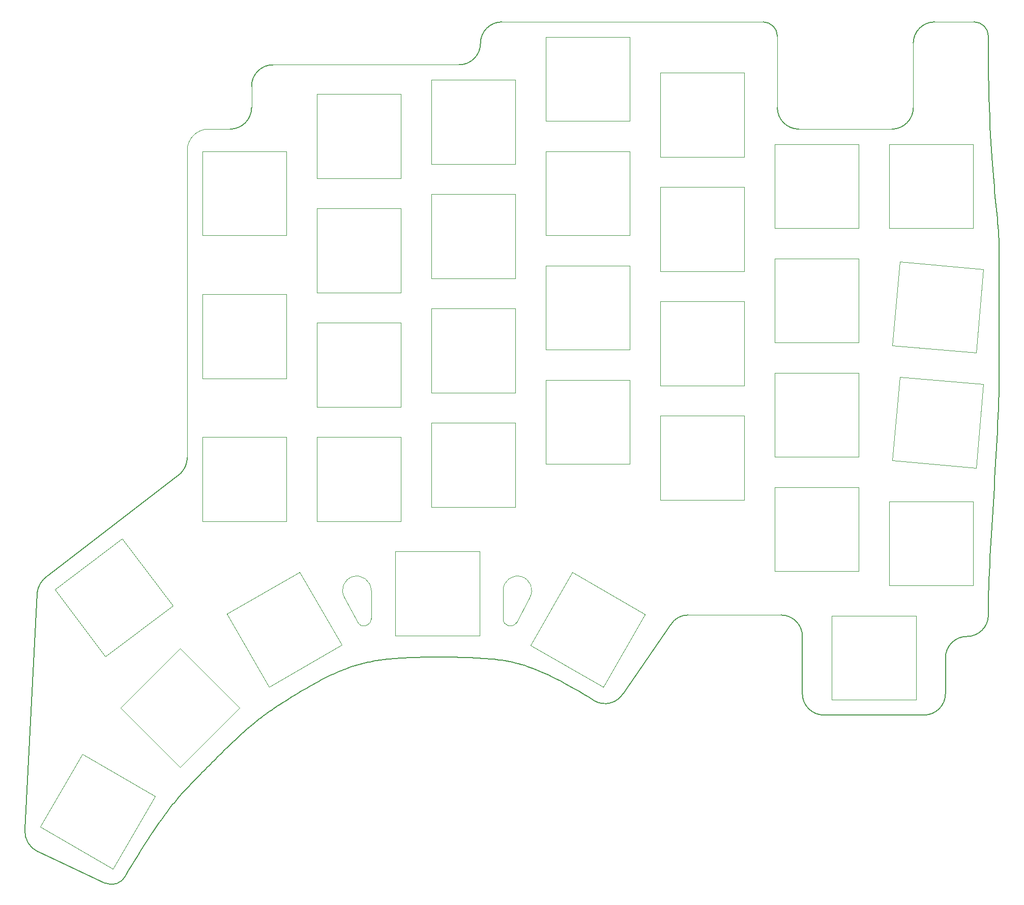
<source format=gm1>
G04 #@! TF.GenerationSoftware,KiCad,Pcbnew,7.0.2*
G04 #@! TF.CreationDate,2023-05-25T14:20:49+02:00*
G04 #@! TF.ProjectId,mykeeb_v7a3-plate,6d796b65-6562-45f7-9637-61332d706c61,rev?*
G04 #@! TF.SameCoordinates,Original*
G04 #@! TF.FileFunction,Profile,NP*
%FSLAX46Y46*%
G04 Gerber Fmt 4.6, Leading zero omitted, Abs format (unit mm)*
G04 Created by KiCad (PCBNEW 7.0.2) date 2023-05-25 14:20:49*
%MOMM*%
%LPD*%
G01*
G04 APERTURE LIST*
G04 #@! TA.AperFunction,Profile*
%ADD10C,0.160000*%
G04 #@! TD*
G04 #@! TA.AperFunction,Profile*
%ADD11C,0.100000*%
G04 #@! TD*
%ADD12C,0.160000*%
G04 #@! TA.AperFunction,Profile*
%ADD13C,0.120000*%
G04 #@! TD*
G04 APERTURE END LIST*
D10*
X214907913Y-138112591D02*
G75*
G03*
X218479791Y-134540738I-13J3571891D01*
G01*
X183356634Y-50006088D02*
G75*
G03*
X186928523Y-53577966I3571666J-212D01*
G01*
D11*
X137717258Y-135187138D02*
G75*
G03*
X139898554Y-135847579I1190642J38D01*
G01*
D10*
X187523498Y-147637624D02*
G75*
G03*
X191095441Y-151209502I3571802J-76D01*
G01*
D12*
X85477352Y-163016661D02*
X85223296Y-163285194D01*
X84972227Y-163552245D01*
X84723354Y-163819239D01*
X84475887Y-164087603D01*
X84229034Y-164358761D01*
X83982006Y-164634139D01*
X83734011Y-164915164D01*
X83484259Y-165203261D01*
X83231960Y-165499855D01*
X82976322Y-165806373D01*
X82716555Y-166124240D01*
X82451869Y-166454881D01*
X82181472Y-166799724D01*
X81904575Y-167160193D01*
X81620386Y-167537713D01*
X81328115Y-167933712D01*
X81026971Y-168349614D01*
X80716164Y-168786846D01*
X80394903Y-169246833D01*
X80062398Y-169731000D01*
X79717857Y-170240774D01*
X79360490Y-170777580D01*
X78989507Y-171342844D01*
X78604117Y-171937992D01*
X78203529Y-172564449D01*
X77786952Y-173223641D01*
X77353597Y-173916995D01*
X76902672Y-174645935D01*
X76433386Y-175411887D01*
X75944950Y-176216277D01*
X75436572Y-177060532D01*
X74907463Y-177946076D01*
D11*
X209550176Y-35718756D02*
X216098583Y-35718780D01*
D10*
X61912552Y-127992295D02*
X84083565Y-110872662D01*
D11*
X183356598Y-50006088D02*
X183356404Y-38100032D01*
D10*
X84083549Y-110872646D02*
G75*
G03*
X85129759Y-108346966I-2525949J2525846D01*
G01*
X183356420Y-38100032D02*
G75*
G03*
X180975103Y-35718780I-2381320J-68D01*
G01*
D12*
X100905518Y-149224827D02*
X100648490Y-149390556D01*
X100398058Y-149553108D01*
X100153840Y-149712789D01*
X99915456Y-149869910D01*
X99682522Y-150024779D01*
X99454658Y-150177705D01*
X99231483Y-150328996D01*
X99012614Y-150478962D01*
X98797670Y-150627912D01*
X98586270Y-150776153D01*
X98378032Y-150923996D01*
X98172573Y-151071749D01*
X97969514Y-151219720D01*
X97768472Y-151368219D01*
X97569066Y-151517554D01*
X97370914Y-151668035D01*
X97173634Y-151819970D01*
X96976845Y-151973668D01*
X96780166Y-152129437D01*
X96583215Y-152287587D01*
X96385610Y-152448427D01*
X96186969Y-152612265D01*
X95986912Y-152779410D01*
X95785057Y-152950170D01*
X95581021Y-153124856D01*
X95374425Y-153303776D01*
X95164885Y-153487238D01*
X94952020Y-153675551D01*
X94735449Y-153869024D01*
X94514791Y-154067966D01*
X94289663Y-154272687D01*
X94059685Y-154483494D01*
D10*
X214907913Y-138112535D02*
G75*
G03*
X211336035Y-141684493I87J-3571965D01*
G01*
X60131466Y-130975967D02*
X58113087Y-170285896D01*
X157757945Y-147521159D02*
X165576014Y-136213637D01*
X60295583Y-173994112D02*
X71437560Y-179189213D01*
D11*
X202406420Y-53578217D02*
X186928523Y-53577966D01*
D10*
X187523662Y-138112616D02*
G75*
G03*
X183951717Y-134540738I-3571962J-84D01*
G01*
X191095441Y-151209502D02*
X207764205Y-151209549D01*
D12*
X220265810Y-94059454D02*
X220260686Y-95241704D01*
X220245753Y-96443467D01*
X220221662Y-97663324D01*
X220189070Y-98899860D01*
X220148629Y-100151656D01*
X220100993Y-101417295D01*
X220046817Y-102695362D01*
X219986755Y-103984437D01*
X219921461Y-105283106D01*
X219851588Y-106589949D01*
X219777791Y-107903551D01*
X219700723Y-109222494D01*
X219621039Y-110545362D01*
X219539393Y-111870736D01*
X219456439Y-113197200D01*
X219372830Y-114523338D01*
X219289221Y-115847731D01*
X219206266Y-117168963D01*
X219124619Y-118485618D01*
X219044933Y-119796276D01*
X218967864Y-121099523D01*
X218894064Y-122393940D01*
X218824188Y-123678110D01*
X218758890Y-124950617D01*
X218698824Y-126210044D01*
X218644643Y-127454972D01*
X218597003Y-128683986D01*
X218556556Y-129895668D01*
X218523958Y-131088602D01*
X218499862Y-132261369D01*
X218484921Y-133412553D01*
X218479791Y-134540738D01*
D10*
X220265810Y-74414125D02*
X220265810Y-94059454D01*
D11*
X115741014Y-130424634D02*
G75*
G03*
X111317854Y-131649780I-2381254J4D01*
G01*
X115741010Y-130424634D02*
X115741010Y-135187138D01*
D10*
X187523516Y-147637624D02*
X187523642Y-138112616D01*
X211336083Y-147637624D02*
X211336035Y-141684493D01*
X209550176Y-35718698D02*
G75*
G03*
X205978298Y-39290681I24J-3571902D01*
G01*
D12*
X111125352Y-143668994D02*
X110798386Y-143802070D01*
X110468822Y-143940669D01*
X110136967Y-144084498D01*
X109803131Y-144233269D01*
X109467622Y-144386689D01*
X109130750Y-144544469D01*
X108792823Y-144706317D01*
X108454151Y-144871944D01*
X108115041Y-145041058D01*
X107775804Y-145213370D01*
X107436748Y-145388587D01*
X107098182Y-145566420D01*
X106760415Y-145746579D01*
X106423756Y-145928771D01*
X106088514Y-146112708D01*
X105754997Y-146298098D01*
X105423515Y-146484650D01*
X105094377Y-146672074D01*
X104767891Y-146860080D01*
X104444366Y-147048377D01*
X104124112Y-147236673D01*
X103807438Y-147424679D01*
X103494651Y-147612104D01*
X103186062Y-147798657D01*
X102881979Y-147984048D01*
X102582711Y-148167986D01*
X102288566Y-148350181D01*
X101999855Y-148530341D01*
X101716886Y-148708176D01*
X101439967Y-148883396D01*
X101169408Y-149055709D01*
X100905518Y-149224827D01*
D10*
X152878688Y-148828203D02*
G75*
G03*
X157757945Y-147521159I1786012J3093503D01*
G01*
D11*
X92273515Y-53578170D02*
X88701637Y-53578154D01*
X142140378Y-131649753D02*
G75*
G03*
X137717268Y-130424634I-2041878J1225153D01*
G01*
X137717268Y-135187138D02*
X137717268Y-130424634D01*
X88701637Y-53578159D02*
G75*
G03*
X85129759Y-57150032I-37J-3571841D01*
G01*
D10*
X61912550Y-127992293D02*
G75*
G03*
X60131466Y-130975967I2330150J-3414407D01*
G01*
D12*
X152878661Y-148828250D02*
X151984775Y-148267685D01*
X151122275Y-147738712D01*
X150290093Y-147240366D01*
X149487159Y-146771685D01*
X148712405Y-146331706D01*
X147964763Y-145919467D01*
X147243163Y-145534004D01*
X146546536Y-145174355D01*
X145873815Y-144839558D01*
X145223930Y-144528648D01*
X144595812Y-144240664D01*
X143988393Y-143974643D01*
X143400603Y-143729622D01*
X142831375Y-143504639D01*
X142279639Y-143298729D01*
X141744327Y-143110932D01*
X141224370Y-142940283D01*
X140718699Y-142785821D01*
X140226246Y-142646582D01*
X139745941Y-142521603D01*
X139276716Y-142409923D01*
X138817502Y-142310577D01*
X138367231Y-142222604D01*
X137924833Y-142145040D01*
X137489240Y-142076924D01*
X137059383Y-142017291D01*
X136634194Y-141965179D01*
X136212603Y-141919626D01*
X135793542Y-141879669D01*
X135375942Y-141844345D01*
X134958735Y-141812690D01*
X134540852Y-141783744D01*
D11*
X183951717Y-134540738D02*
X168473579Y-134540738D01*
D12*
X121443852Y-141684494D02*
X121083660Y-141703709D01*
X120728448Y-141724232D01*
X120377960Y-141746209D01*
X120031942Y-141769785D01*
X119690140Y-141795106D01*
X119352300Y-141822316D01*
X119018166Y-141851561D01*
X118687484Y-141882986D01*
X118360001Y-141916736D01*
X118035461Y-141952957D01*
X117713610Y-141991794D01*
X117394194Y-142033393D01*
X117076958Y-142077898D01*
X116761649Y-142125455D01*
X116448010Y-142176209D01*
X116135789Y-142230306D01*
X115824730Y-142287891D01*
X115514579Y-142349108D01*
X115205083Y-142414104D01*
X114895985Y-142483024D01*
X114587032Y-142556012D01*
X114277970Y-142633215D01*
X113968544Y-142714778D01*
X113658500Y-142800845D01*
X113347582Y-142891563D01*
X113035538Y-142987075D01*
X112722112Y-143087529D01*
X112407050Y-143193069D01*
X112090097Y-143303840D01*
X111770999Y-143419987D01*
X111449502Y-143541657D01*
X111125352Y-143668994D01*
D11*
X99417271Y-42862489D02*
X130373547Y-42862630D01*
D10*
X202406420Y-53578198D02*
G75*
G03*
X205978298Y-50006292I80J3571798D01*
G01*
X168473579Y-134540686D02*
G75*
G03*
X165576015Y-136213637I21J-3345814D01*
G01*
D11*
X113559765Y-135847551D02*
G75*
G03*
X115741010Y-135187138I990635J660451D01*
G01*
D10*
X99417271Y-42862493D02*
G75*
G03*
X95845393Y-46434414I-71J-3571807D01*
G01*
D11*
X111317854Y-131649780D02*
X113559723Y-135847579D01*
D10*
X58113088Y-170285896D02*
G75*
G03*
X60295583Y-173994110I3780712J-271204D01*
G01*
D12*
X94059685Y-154483494D02*
X93824584Y-154700596D01*
X93584533Y-154923803D01*
X93339812Y-155152824D01*
X93090703Y-155387369D01*
X92837489Y-155627146D01*
X92580449Y-155871865D01*
X92319867Y-156121235D01*
X92056023Y-156374965D01*
X91789199Y-156632765D01*
X91519677Y-156894343D01*
X91247738Y-157159410D01*
X90973663Y-157427674D01*
X90697735Y-157698845D01*
X90420234Y-157972632D01*
X90141443Y-158248743D01*
X89861643Y-158526889D01*
X89581115Y-158806779D01*
X89300141Y-159088122D01*
X89019003Y-159370627D01*
X88737982Y-159654003D01*
X88457360Y-159937960D01*
X88177418Y-160222207D01*
X87898437Y-160506453D01*
X87620700Y-160790408D01*
X87344488Y-161073780D01*
X87070082Y-161356279D01*
X86797765Y-161637615D01*
X86527817Y-161917496D01*
X86260520Y-162195632D01*
X85996156Y-162471732D01*
X85735006Y-162745505D01*
X85477352Y-163016661D01*
D11*
X205978298Y-39290681D02*
X205978298Y-50006292D01*
D12*
X134540852Y-141783744D02*
X134121437Y-141756699D01*
X133700496Y-141731380D01*
X133278245Y-141707770D01*
X132854904Y-141685850D01*
X132430690Y-141665602D01*
X132005821Y-141647008D01*
X131580516Y-141630050D01*
X131154992Y-141614708D01*
X130729467Y-141600966D01*
X130304161Y-141588805D01*
X129879289Y-141578207D01*
X129455072Y-141569154D01*
X129031726Y-141561627D01*
X128609471Y-141555609D01*
X128188523Y-141551081D01*
X127769101Y-141548025D01*
X127351424Y-141546422D01*
X126935708Y-141546256D01*
X126522173Y-141547507D01*
X126111037Y-141550157D01*
X125702517Y-141554188D01*
X125296831Y-141559583D01*
X124894198Y-141566322D01*
X124494836Y-141574388D01*
X124098962Y-141583762D01*
X123706796Y-141594427D01*
X123318554Y-141606364D01*
X122934455Y-141619555D01*
X122554717Y-141633981D01*
X122179559Y-141649625D01*
X121809197Y-141666469D01*
X121443852Y-141684494D01*
D11*
X95845393Y-50006245D02*
X95845393Y-46434414D01*
D10*
X71437532Y-179189273D02*
G75*
G03*
X74907462Y-177946076I1105768J2377773D01*
G01*
X218479820Y-38100064D02*
G75*
G03*
X216098583Y-35718780I-2381220J64D01*
G01*
D12*
X218479871Y-38100064D02*
X218484994Y-40378721D01*
X218499927Y-42530169D01*
X218524018Y-44559750D01*
X218556610Y-46472805D01*
X218597051Y-48274674D01*
X218644686Y-49970700D01*
X218698862Y-51566224D01*
X218758923Y-53066586D01*
X218824218Y-54477128D01*
X218894090Y-55803191D01*
X218967886Y-57050117D01*
X219044953Y-58223247D01*
X219124635Y-59327921D01*
X219206280Y-60369481D01*
X219289233Y-61353269D01*
X219372840Y-62284626D01*
X219456447Y-63168893D01*
X219539400Y-64011410D01*
X219621045Y-64817520D01*
X219700727Y-65592564D01*
X219777794Y-66341883D01*
X219851590Y-67070818D01*
X219921462Y-67784710D01*
X219986757Y-68488900D01*
X220046818Y-69188731D01*
X220100994Y-69889542D01*
X220148629Y-70596676D01*
X220189070Y-71315474D01*
X220221662Y-72051276D01*
X220245753Y-72809425D01*
X220260686Y-73595260D01*
X220265810Y-74414125D01*
D10*
X137517303Y-35718725D02*
G75*
G03*
X133945425Y-39290705I-3J-3571875D01*
G01*
X92273515Y-53578093D02*
G75*
G03*
X95845393Y-50006245I85J3571793D01*
G01*
X130373547Y-42862625D02*
G75*
G03*
X133945425Y-39290705I153J3571725D01*
G01*
D11*
X137517303Y-35718780D02*
X180975103Y-35718780D01*
D10*
X207764205Y-151209583D02*
G75*
G03*
X211336083Y-147637624I-5J3571883D01*
G01*
D11*
X85129759Y-57150032D02*
X85129759Y-108346966D01*
X139898555Y-135847579D02*
X142140424Y-131649780D01*
D13*
X91736537Y-134388742D02*
X98736537Y-146513098D01*
X98736537Y-146513098D02*
X110860893Y-139513098D01*
X103860893Y-127388742D02*
X91736537Y-134388742D01*
X110860893Y-139513098D02*
X103860893Y-127388742D01*
X202497462Y-89636193D02*
X216444188Y-90856373D01*
X216444188Y-90856373D02*
X217664368Y-76909647D01*
X203717642Y-75689467D02*
X202497462Y-89636193D01*
X217664368Y-76909647D02*
X203717642Y-75689467D01*
X163854815Y-63246920D02*
X163854815Y-77246920D01*
X163854815Y-77246920D02*
X177854815Y-77246920D01*
X177854815Y-63246920D02*
X163854815Y-63246920D01*
X177854815Y-77246920D02*
X177854815Y-63246920D01*
X182904815Y-94203220D02*
X182904815Y-108203220D01*
X182904815Y-108203220D02*
X196904815Y-108203220D01*
X196904815Y-94203220D02*
X182904815Y-94203220D01*
X196904815Y-108203220D02*
X196904815Y-94203220D01*
X125754815Y-64437620D02*
X125754815Y-78437620D01*
X125754815Y-78437620D02*
X139754815Y-78437620D01*
X139754815Y-64437620D02*
X125754815Y-64437620D01*
X139754815Y-78437620D02*
X139754815Y-64437620D01*
X182904815Y-113253220D02*
X182904815Y-127253220D01*
X182904815Y-127253220D02*
X196904815Y-127253220D01*
X196904815Y-113253220D02*
X182904815Y-113253220D01*
X196904815Y-127253220D02*
X196904815Y-113253220D01*
X144804783Y-38243780D02*
X144804783Y-52243780D01*
X144804783Y-52243780D02*
X158804783Y-52243780D01*
X158804783Y-38243780D02*
X144804783Y-38243780D01*
X158804783Y-52243780D02*
X158804783Y-38243780D01*
X201954815Y-129634420D02*
X215954815Y-129634420D01*
X215954815Y-129634420D02*
X215954815Y-115634420D01*
X201954815Y-115634420D02*
X201954815Y-129634420D01*
X215954815Y-115634420D02*
X201954815Y-115634420D01*
X201954815Y-70103220D02*
X215954815Y-70103220D01*
X215954815Y-70103220D02*
X215954815Y-56103220D01*
X201954815Y-56103220D02*
X201954815Y-70103220D01*
X215954815Y-56103220D02*
X201954815Y-56103220D01*
X119801615Y-123968920D02*
X119801615Y-137968920D01*
X119801615Y-137968920D02*
X133801615Y-137968920D01*
X133801615Y-123968920D02*
X119801615Y-123968920D01*
X133801615Y-137968920D02*
X133801615Y-123968920D01*
X101654715Y-104918920D02*
X87654715Y-104918920D01*
X87654715Y-104918920D02*
X87654715Y-118918920D01*
X101654715Y-118918920D02*
X101654715Y-104918920D01*
X87654715Y-118918920D02*
X101654715Y-118918920D01*
X74039620Y-150018820D02*
X83939115Y-159918315D01*
X83939115Y-159918315D02*
X93838610Y-150018820D01*
X83939115Y-140119325D02*
X74039620Y-150018820D01*
X93838610Y-150018820D02*
X83939115Y-140119325D01*
X182904783Y-56103180D02*
X182904783Y-70103180D01*
X182904783Y-70103180D02*
X196904783Y-70103180D01*
X196904783Y-56103180D02*
X182904783Y-56103180D01*
X196904783Y-70103180D02*
X196904783Y-56103180D01*
X60684637Y-169845198D02*
X72808993Y-176845198D01*
X72808993Y-176845198D02*
X79808993Y-164720842D01*
X67684637Y-157720842D02*
X60684637Y-169845198D01*
X79808993Y-164720842D02*
X67684637Y-157720842D01*
X82720669Y-133029263D02*
X74295258Y-121848366D01*
X74295258Y-121848366D02*
X63114361Y-130273777D01*
X71539772Y-141454674D02*
X82720669Y-133029263D01*
X63114361Y-130273777D02*
X71539772Y-141454674D01*
X106704815Y-104918820D02*
X106704815Y-118918820D01*
X106704815Y-118918820D02*
X120704815Y-118918820D01*
X120704815Y-104918820D02*
X106704815Y-104918820D01*
X120704815Y-118918820D02*
X120704815Y-104918820D01*
X144804815Y-95393820D02*
X144804815Y-109393820D01*
X144804815Y-109393820D02*
X158804815Y-109393820D01*
X158804815Y-95393820D02*
X144804815Y-95393820D01*
X158804815Y-109393820D02*
X158804815Y-95393820D01*
X125754815Y-83487620D02*
X125754815Y-97487620D01*
X125754815Y-97487620D02*
X139754815Y-97487620D01*
X139754815Y-83487620D02*
X125754815Y-83487620D01*
X139754815Y-97487620D02*
X139754815Y-83487620D01*
X106704815Y-85868820D02*
X106704815Y-99868820D01*
X106704815Y-99868820D02*
X120704815Y-99868820D01*
X120704815Y-85868820D02*
X106704815Y-85868820D01*
X120704815Y-99868820D02*
X120704815Y-85868820D01*
X144804815Y-76343820D02*
X144804815Y-90343820D01*
X144804815Y-90343820D02*
X158804815Y-90343820D01*
X158804815Y-76343820D02*
X144804815Y-76343820D01*
X158804815Y-90343820D02*
X158804815Y-76343820D01*
X163854815Y-82296920D02*
X163854815Y-96296920D01*
X163854815Y-96296920D02*
X177854815Y-96296920D01*
X177854815Y-82296920D02*
X163854815Y-82296920D01*
X177854815Y-96296920D02*
X177854815Y-82296920D01*
X106704783Y-47768780D02*
X106704783Y-61768780D01*
X106704783Y-61768780D02*
X120704783Y-61768780D01*
X120704783Y-47768780D02*
X106704783Y-47768780D01*
X120704783Y-61768780D02*
X120704783Y-47768780D01*
X101654815Y-57293820D02*
X87654815Y-57293820D01*
X87654815Y-57293820D02*
X87654815Y-71293820D01*
X101654815Y-71293820D02*
X101654815Y-57293820D01*
X87654815Y-71293820D02*
X101654815Y-71293820D01*
X125754815Y-102537620D02*
X125754815Y-116537620D01*
X125754815Y-116537620D02*
X139754815Y-116537620D01*
X139754815Y-102537620D02*
X125754815Y-102537620D01*
X139754815Y-116537620D02*
X139754815Y-102537620D01*
X163854815Y-101346920D02*
X163854815Y-115346920D01*
X163854815Y-115346920D02*
X177854815Y-115346920D01*
X177854815Y-101346920D02*
X163854815Y-101346920D01*
X177854815Y-115346920D02*
X177854815Y-101346920D01*
X163854783Y-44196880D02*
X163854783Y-58196880D01*
X163854783Y-58196880D02*
X177854783Y-58196880D01*
X177854783Y-44196880D02*
X163854783Y-44196880D01*
X177854783Y-58196880D02*
X177854783Y-44196880D01*
X202497462Y-108818993D02*
X216444188Y-110039173D01*
X216444188Y-110039173D02*
X217664368Y-96092447D01*
X203717642Y-94872267D02*
X202497462Y-108818993D01*
X217664368Y-96092447D02*
X203717642Y-94872267D01*
X101654815Y-81106320D02*
X87654815Y-81106320D01*
X87654815Y-81106320D02*
X87654815Y-95106320D01*
X101654815Y-95106320D02*
X101654815Y-81106320D01*
X87654815Y-95106320D02*
X101654815Y-95106320D01*
X149242537Y-127430942D02*
X142242537Y-139555298D01*
X142242537Y-139555298D02*
X154366893Y-146555298D01*
X161366893Y-134430942D02*
X149242537Y-127430942D01*
X154366893Y-146555298D02*
X161366893Y-134430942D01*
X192429815Y-134684520D02*
X192429815Y-148684520D01*
X192429815Y-148684520D02*
X206429815Y-148684520D01*
X206429815Y-134684520D02*
X192429815Y-134684520D01*
X206429815Y-148684520D02*
X206429815Y-134684520D01*
X182904815Y-75153220D02*
X182904815Y-89153220D01*
X182904815Y-89153220D02*
X196904815Y-89153220D01*
X196904815Y-75153220D02*
X182904815Y-75153220D01*
X196904815Y-89153220D02*
X196904815Y-75153220D01*
X144804815Y-57293820D02*
X144804815Y-71293820D01*
X144804815Y-71293820D02*
X158804815Y-71293820D01*
X158804815Y-57293820D02*
X144804815Y-57293820D01*
X158804815Y-71293820D02*
X158804815Y-57293820D01*
X125754783Y-45387580D02*
X125754783Y-59387580D01*
X125754783Y-59387580D02*
X139754783Y-59387580D01*
X139754783Y-45387580D02*
X125754783Y-45387580D01*
X139754783Y-59387580D02*
X139754783Y-45387580D01*
X120704815Y-80818820D02*
X106704815Y-80818820D01*
X120704815Y-66818820D02*
X120704815Y-80818820D01*
X106704815Y-80818820D02*
X106704815Y-66818820D01*
X106704815Y-66818820D02*
X120704815Y-66818820D01*
M02*

</source>
